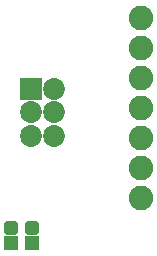
<source format=gbs>
G75*
%MOIN*%
%OFA0B0*%
%FSLAX25Y25*%
%IPPOS*%
%LPD*%
%AMOC8*
5,1,8,0,0,1.08239X$1,22.5*
%
%ADD10R,0.07300X0.07300*%
%ADD11C,0.07300*%
%ADD12C,0.08200*%
%ADD13C,0.01990*%
%ADD14R,0.05131X0.04737*%
D10*
X0190906Y0111374D03*
D11*
X0198780Y0111374D03*
X0198780Y0103500D03*
X0190906Y0103500D03*
X0190906Y0095626D03*
X0198780Y0095626D03*
D12*
X0227843Y0095000D03*
X0227843Y0105000D03*
X0227843Y0115000D03*
X0227843Y0125000D03*
X0227843Y0135000D03*
X0227843Y0085000D03*
X0227843Y0075000D03*
D13*
X0192669Y0066373D02*
X0192669Y0063627D01*
X0189923Y0063627D01*
X0189923Y0066373D01*
X0192669Y0066373D01*
X0192669Y0065517D02*
X0189923Y0065517D01*
X0185764Y0066373D02*
X0185764Y0063627D01*
X0183018Y0063627D01*
X0183018Y0066373D01*
X0185764Y0066373D01*
X0185764Y0065517D02*
X0183018Y0065517D01*
D14*
X0184497Y0060000D03*
X0191190Y0060000D03*
M02*

</source>
